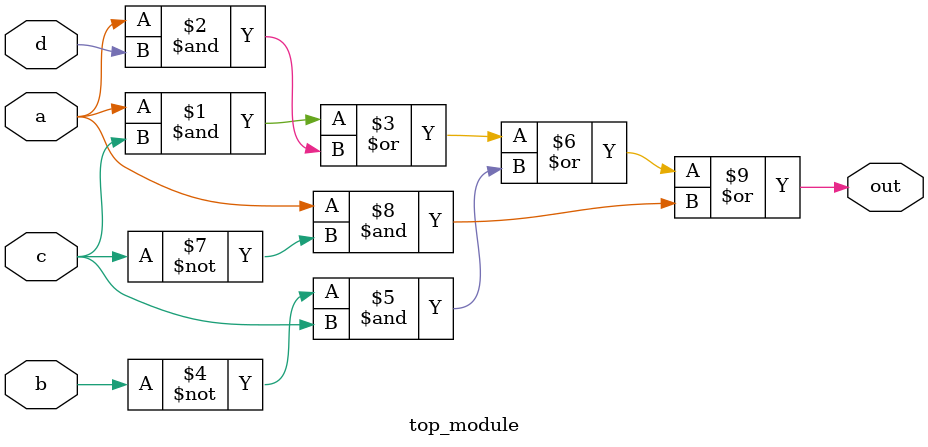
<source format=v>
module top_module(
    input a,
    input b,
    input c,
    input d,
    output out  );
    assign out = a & c | a & d | ~ b & c | a & ~ c;
endmodule

</source>
